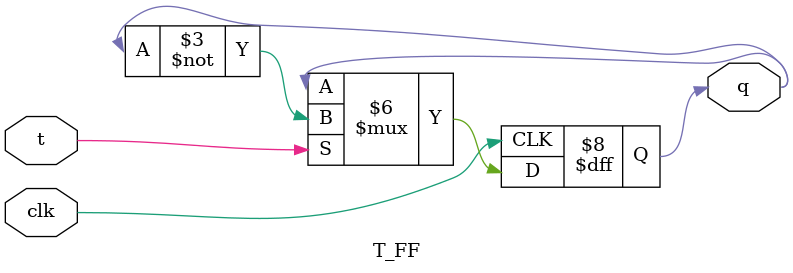
<source format=v>
module T_FF(q,t,clk);           //T-FlipFlop
input t,clk;
output q;
reg q;
initial
begin
    q=0;
end
always @(posedge clk)
begin
    if(t==1)
        q=~q; 
end
endmodule

</source>
